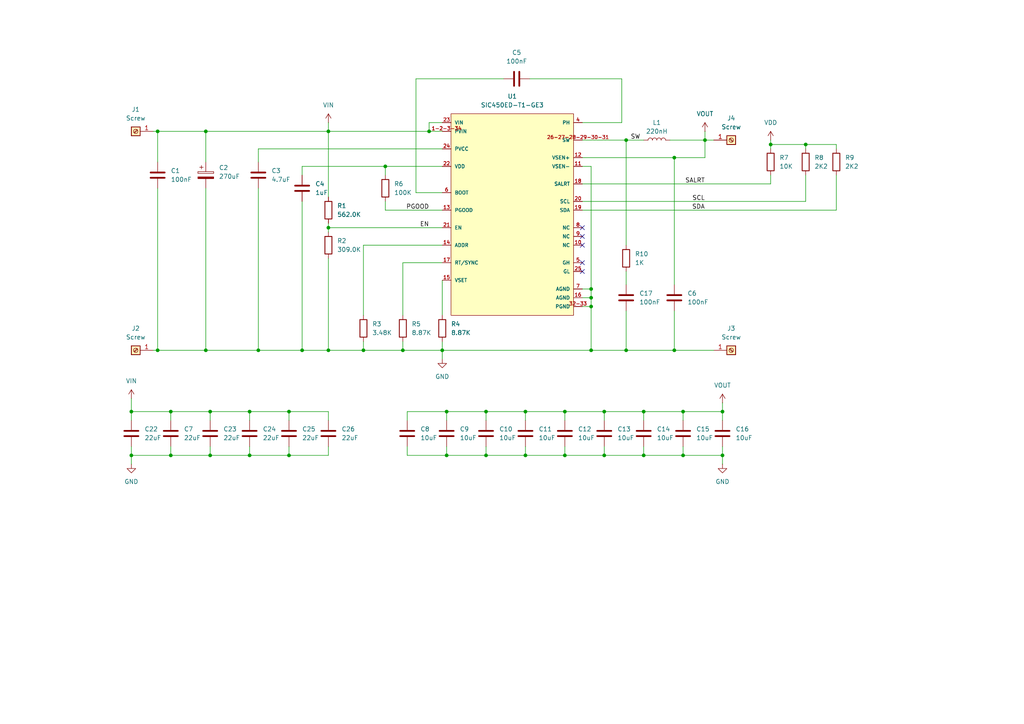
<source format=kicad_sch>
(kicad_sch (version 20231120) (generator "eeschema") (generator_version "8.0")
  (paper "A4")
  (lib_symbols
    (symbol "Connector:Screw_Terminal_01x01" (pin_names (offset 1.016) hide)
      (property "Reference" "J" (at 0 2.54 0))
      (property "Value" "Screw_Terminal_01x01" (at 0 -2.54 0))
      (symbol "Screw_Terminal_01x01_1_1"
        (rectangle (start -1.27 1.27) (end 1.27 -1.27) (stroke (width 0.254)) (fill (type background)))
        (polyline (pts (xy -0.5334 0.3302) (xy 0.3302 -0.508)) (stroke (width 0.1524)))
        (polyline (pts (xy -0.3556 0.508) (xy 0.508 -0.3302)) (stroke (width 0.1524)))
        (circle (center 0 0) (radius 0.635) (stroke (width 0.1524)))
        (pin passive line (at -5.08 0 0) (length 3.81) (name "Pin_1") (number "1"))
      )
    )
    (symbol "Device:C" (pin_numbers hide) (pin_names (offset 0.254))
      (property "Reference" "C" (at 0.635 2.54 0))
      (property "Value" "C" (at 0.635 -2.54 0))
      (symbol "C_0_1"
        (polyline (pts (xy -2.032 -0.762) (xy 2.032 -0.762)) (stroke (width 0.508)))
        (polyline (pts (xy -2.032 0.762) (xy 2.032 0.762)) (stroke (width 0.508)))
      )
      (symbol "C_1_1"
        (pin passive line (at 0 3.81 270) (length 2.794) (name "~") (number "1"))
        (pin passive line (at 0 -3.81 90) (length 2.794) (name "~") (number "2"))
      )
    )
    (symbol "Device:C_Polarized" (pin_numbers hide) (pin_names (offset 0.254))
      (property "Reference" "C" (at 0.635 2.54 0))
      (property "Value" "C_Polarized" (at 0.635 -2.54 0))
      (symbol "C_Polarized_0_1"
        (rectangle (start -2.286 0.508) (end 2.286 1.016))
        (polyline (pts (xy -1.778 2.286) (xy -0.762 2.286)))
        (polyline (pts (xy -1.27 2.794) (xy -1.27 1.778)))
        (rectangle (start 2.286 -0.508) (end -2.286 -1.016) (fill (type outline)))
      )
      (symbol "C_Polarized_1_1"
        (pin passive line (at 0 3.81 270) (length 2.794) (name "~") (number "1"))
        (pin passive line (at 0 -3.81 90) (length 2.794) (name "~") (number "2"))
      )
    )
    (symbol "Device:L" (pin_numbers hide) (pin_names (offset 1.016) hide)
      (property "Reference" "L" (at -1.27 0 90))
      (property "Value" "L" (at 1.905 0 90))
      (symbol "L_0_1"
        (arc (start 0 -2.54) (mid 0.6323 -1.905) (end 0 -1.27))
        (arc (start 0 -1.27) (mid 0.6323 -0.635) (end 0 0))
        (arc (start 0 0) (mid 0.6323 0.635) (end 0 1.27))
        (arc (start 0 1.27) (mid 0.6323 1.905) (end 0 2.54))
      )
      (symbol "L_1_1"
        (pin passive line (at 0 3.81 270) (length 1.27) (name "1") (number "1"))
        (pin passive line (at 0 -3.81 90) (length 1.27) (name "2") (number "2"))
      )
    )
    (symbol "Device:R" (pin_numbers hide) (pin_names (offset 0))
      (property "Reference" "R" (at 2.032 0 90))
      (property "Value" "R" (at 0 0 90))
      (symbol "R_0_1"
        (rectangle (start -1.016 -2.54) (end 1.016 2.54) (stroke (width 0.254)))
      )
      (symbol "R_1_1"
        (pin passive line (at 0 3.81 270) (length 1.27) (name "~") (number "1"))
        (pin passive line (at 0 -3.81 90) (length 1.27) (name "~") (number "2"))
      )
    )
    (symbol "SIC450ED:SIC450ED-T1-GE3" (pin_names (offset 1.016))
      (property "Reference" "U" (at 0 5.08 0))
      (property "Value" "SIC450ED-T1-GE3" (at 0 7.62 0))
      (symbol "SIC450ED-T1-GE3_1_1"
        (rectangle (start 5.08 2.54) (end 40.64 -55.88) (fill (type background)))
        (pin power_in line (at 2.54 -2.54 0) (length 2.54) (name "PVIN") (number "1-2-3-34"))
        (pin passive line (at 43.18 -35.56 180) (length 2.54) (name "NC") (number "10"))
        (pin passive line (at 43.18 -12.7 180) (length 2.54) (name "VSEN-") (number "11"))
        (pin passive line (at 43.18 -10.16 180) (length 2.54) (name "VSEN+") (number "12"))
        (pin unspecified line (at 2.54 -25.4 0) (length 2.54) (name "PGOOD") (number "13"))
        (pin unspecified line (at 2.54 -35.56 0) (length 2.54) (name "ADDR") (number "14"))
        (pin open_collector line (at 2.54 -45.72 0) (length 2.54) (name "VSET") (number "15"))
        (pin input line (at 43.18 -50.8 180) (length 2.54) (name "AGND") (number "16"))
        (pin passive line (at 2.54 -40.64 0) (length 2.54) (name "RT/SYNC") (number "17"))
        (pin power_in line (at 43.18 -17.78 180) (length 2.54) (name "SALRT") (number "18"))
        (pin passive line (at 43.18 -25.4 180) (length 2.54) (name "SDA") (number "19"))
        (pin passive line (at 43.18 -22.86 180) (length 2.54) (name "SCL") (number "20"))
        (pin bidirectional line (at 2.54 -30.48 0) (length 2.54) (name "EN") (number "21"))
        (pin input line (at 2.54 -12.7 0) (length 2.54) (name "VDD") (number "22"))
        (pin input line (at 2.54 0 0) (length 2.54) (name "VIN") (number "23"))
        (pin power_in line (at 2.54 -7.62 0) (length 2.54) (name "PVCC") (number "24"))
        (pin power_in line (at 43.18 -43.18 180) (length 2.54) (name "GL") (number "25"))
        (pin power_in line (at 43.18 -5.08 180) (length 2.54) (name "SW") (number "26-27-28-29-30-31"))
        (pin passive line (at 43.18 -53.34 180) (length 2.54) (name "PGND") (number "32-33"))
        (pin unspecified line (at 43.18 0 180) (length 2.54) (name "PH") (number "4"))
        (pin unspecified line (at 43.18 -40.64 180) (length 2.54) (name "GH") (number "5"))
        (pin passive line (at 2.54 -20.32 0) (length 2.54) (name "BOOT") (number "6"))
        (pin passive line (at 43.18 -48.26 180) (length 2.54) (name "AGND") (number "7"))
        (pin passive line (at 43.18 -30.48 180) (length 2.54) (name "NC") (number "8"))
        (pin power_in line (at 43.18 -33.02 180) (length 2.54) (name "NC") (number "9"))
      )
    )
    (symbol "power:GND" (power) (pin_numbers hide) (pin_names (offset 0) hide)
      (property "Value" "GND" (at 0 -3.81 0))
      (symbol "GND_0_1"
        (polyline (pts (xy 0 0) (xy 0 -1.27) (xy 1.27 -1.27) (xy 0 -2.54) (xy -1.27 -1.27) (xy 0 -1.27)))
      )
      (symbol "GND_1_1"
        (pin power_in line (at 0 0 270) (length 0) (name "~") (number "1"))
      )
    )
    (symbol "power:VDD" (power) (pin_numbers hide) (pin_names (offset 0) hide)
      (property "Value" "VDD" (at 0 3.556 0))
      (symbol "VDD_0_1"
        (polyline (pts (xy -0.762 1.27) (xy 0 2.54)))
        (polyline (pts (xy 0 0) (xy 0 2.54)))
        (polyline (pts (xy 0 2.54) (xy 0.762 1.27)))
      )
      (symbol "VDD_1_1"
        (pin power_in line (at 0 0 90) (length 0) (name "~") (number "1"))
      )
    )
  )
  (junction (at 186.69 119.38))
  (junction (at 152.4 119.38))
  (junction (at 152.4 132.08))
  (junction (at 105.41 101.6))
  (junction (at 45.72 38.1))
  (junction (at 204.47 40.64))
  (junction (at 171.45 88.9))
  (junction (at 140.97 132.08))
  (junction (at 195.58 101.6))
  (junction (at 95.25 38.1))
  (junction (at 38.1 119.38))
  (junction (at 49.53 132.08))
  (junction (at 83.82 119.38))
  (junction (at 140.97 119.38))
  (junction (at 195.58 45.72))
  (junction (at 124.46 38.1))
  (junction (at 171.45 101.6))
  (junction (at 45.72 101.6))
  (junction (at 163.83 119.38))
  (junction (at 233.68 41.91))
  (junction (at 59.69 101.6))
  (junction (at 209.55 132.08))
  (junction (at 209.55 119.38))
  (junction (at 95.25 66.04))
  (junction (at 129.54 132.08))
  (junction (at 116.84 101.6))
  (junction (at 171.45 86.36))
  (junction (at 171.45 83.82))
  (junction (at 175.26 132.08))
  (junction (at 60.96 132.08))
  (junction (at 175.26 119.38))
  (junction (at 87.63 101.6))
  (junction (at 129.54 119.38))
  (junction (at 72.39 132.08))
  (junction (at 181.61 40.64))
  (junction (at 198.12 132.08))
  (junction (at 83.82 132.08))
  (junction (at 60.96 119.38))
  (junction (at 128.27 101.6))
  (junction (at 38.1 132.08))
  (junction (at 74.93 101.6))
  (junction (at 186.69 132.08))
  (junction (at 49.53 119.38))
  (junction (at 95.25 101.6))
  (junction (at 223.52 41.91))
  (junction (at 163.83 132.08))
  (junction (at 59.69 38.1))
  (junction (at 72.39 119.38))
  (junction (at 181.61 101.6))
  (junction (at 198.12 119.38))
  (junction (at 111.76 48.26))
  (no_connect (at 168.91 66.04))
  (no_connect (at 168.91 76.2))
  (no_connect (at 168.91 78.74))
  (no_connect (at 168.91 71.12))
  (no_connect (at 168.91 68.58))
  (wire (pts (xy 140.97 132.08) (xy 152.4 132.08)))
  (wire (pts (xy 171.45 86.36) (xy 171.45 88.9)))
  (wire (pts (xy 105.41 91.44) (xy 105.41 71.12)))
  (wire (pts (xy 175.26 119.38) (xy 186.69 119.38)))
  (wire (pts (xy 181.61 40.64) (xy 181.61 71.12)))
  (wire (pts (xy 171.45 48.26) (xy 171.45 83.82)))
  (wire (pts (xy 105.41 101.6) (xy 116.84 101.6)))
  (wire (pts (xy 87.63 58.42) (xy 87.63 101.6)))
  (wire (pts (xy 95.25 74.93) (xy 95.25 101.6)))
  (wire (pts (xy 129.54 119.38) (xy 129.54 121.92)))
  (wire (pts (xy 140.97 119.38) (xy 152.4 119.38)))
  (wire (pts (xy 168.91 48.26) (xy 171.45 48.26)))
  (wire (pts (xy 60.96 119.38) (xy 60.96 121.92)))
  (wire (pts (xy 118.11 129.54) (xy 118.11 132.08)))
  (wire (pts (xy 152.4 132.08) (xy 163.83 132.08)))
  (wire (pts (xy 209.55 132.08) (xy 209.55 134.62)))
  (wire (pts (xy 180.34 22.86) (xy 180.34 35.56)))
  (wire (pts (xy 209.55 119.38) (xy 209.55 121.92)))
  (wire (pts (xy 223.52 40.64) (xy 223.52 41.91)))
  (wire (pts (xy 45.72 38.1) (xy 59.69 38.1)))
  (wire (pts (xy 105.41 99.06) (xy 105.41 101.6)))
  (wire (pts (xy 168.91 40.64) (xy 181.61 40.64)))
  (wire (pts (xy 44.45 38.1) (xy 45.72 38.1)))
  (wire (pts (xy 95.25 38.1) (xy 124.46 38.1)))
  (wire (pts (xy 198.12 119.38) (xy 209.55 119.38)))
  (wire (pts (xy 87.63 48.26) (xy 87.63 50.8)))
  (wire (pts (xy 44.45 101.6) (xy 45.72 101.6)))
  (wire (pts (xy 111.76 48.26) (xy 128.27 48.26)))
  (wire (pts (xy 120.65 55.88) (xy 128.27 55.88)))
  (wire (pts (xy 171.45 88.9) (xy 171.45 101.6)))
  (wire (pts (xy 175.26 132.08) (xy 186.69 132.08)))
  (wire (pts (xy 111.76 58.42) (xy 111.76 60.96)))
  (wire (pts (xy 198.12 129.54) (xy 198.12 132.08)))
  (wire (pts (xy 118.11 132.08) (xy 129.54 132.08)))
  (wire (pts (xy 59.69 101.6) (xy 74.93 101.6)))
  (wire (pts (xy 140.97 129.54) (xy 140.97 132.08)))
  (wire (pts (xy 95.25 38.1) (xy 95.25 57.15)))
  (wire (pts (xy 118.11 119.38) (xy 129.54 119.38)))
  (wire (pts (xy 168.91 58.42) (xy 233.68 58.42)))
  (wire (pts (xy 38.1 129.54) (xy 38.1 132.08)))
  (wire (pts (xy 163.83 119.38) (xy 175.26 119.38)))
  (wire (pts (xy 60.96 119.38) (xy 72.39 119.38)))
  (wire (pts (xy 116.84 91.44) (xy 116.84 76.2)))
  (wire (pts (xy 83.82 132.08) (xy 95.25 132.08)))
  (wire (pts (xy 128.27 101.6) (xy 128.27 104.14)))
  (wire (pts (xy 168.91 60.96) (xy 242.57 60.96)))
  (wire (pts (xy 105.41 71.12) (xy 128.27 71.12)))
  (wire (pts (xy 128.27 43.18) (xy 74.93 43.18)))
  (wire (pts (xy 49.53 119.38) (xy 60.96 119.38)))
  (wire (pts (xy 74.93 54.61) (xy 74.93 101.6)))
  (wire (pts (xy 111.76 60.96) (xy 128.27 60.96)))
  (wire (pts (xy 116.84 99.06) (xy 116.84 101.6)))
  (wire (pts (xy 186.69 119.38) (xy 186.69 121.92)))
  (wire (pts (xy 59.69 38.1) (xy 95.25 38.1)))
  (wire (pts (xy 195.58 45.72) (xy 204.47 45.72)))
  (wire (pts (xy 242.57 60.96) (xy 242.57 50.8)))
  (wire (pts (xy 233.68 58.42) (xy 233.68 50.8)))
  (wire (pts (xy 120.65 22.86) (xy 120.65 55.88)))
  (wire (pts (xy 111.76 48.26) (xy 111.76 50.8)))
  (wire (pts (xy 163.83 132.08) (xy 175.26 132.08)))
  (wire (pts (xy 204.47 38.1) (xy 204.47 40.64)))
  (wire (pts (xy 152.4 119.38) (xy 163.83 119.38)))
  (wire (pts (xy 72.39 119.38) (xy 72.39 121.92)))
  (wire (pts (xy 195.58 45.72) (xy 195.58 82.55)))
  (wire (pts (xy 204.47 45.72) (xy 204.47 40.64)))
  (wire (pts (xy 128.27 101.6) (xy 171.45 101.6)))
  (wire (pts (xy 95.25 35.56) (xy 95.25 38.1)))
  (wire (pts (xy 153.67 22.86) (xy 180.34 22.86)))
  (wire (pts (xy 204.47 40.64) (xy 194.31 40.64)))
  (wire (pts (xy 168.91 83.82) (xy 171.45 83.82)))
  (wire (pts (xy 95.25 119.38) (xy 95.25 121.92)))
  (wire (pts (xy 129.54 132.08) (xy 140.97 132.08)))
  (wire (pts (xy 38.1 119.38) (xy 49.53 119.38)))
  (wire (pts (xy 168.91 86.36) (xy 171.45 86.36)))
  (wire (pts (xy 233.68 41.91) (xy 223.52 41.91)))
  (wire (pts (xy 204.47 40.64) (xy 207.01 40.64)))
  (wire (pts (xy 198.12 119.38) (xy 198.12 121.92)))
  (wire (pts (xy 116.84 101.6) (xy 128.27 101.6)))
  (wire (pts (xy 146.05 22.86) (xy 120.65 22.86)))
  (wire (pts (xy 74.93 43.18) (xy 74.93 46.99)))
  (wire (pts (xy 186.69 119.38) (xy 198.12 119.38)))
  (wire (pts (xy 181.61 101.6) (xy 195.58 101.6)))
  (wire (pts (xy 83.82 129.54) (xy 83.82 132.08)))
  (wire (pts (xy 74.93 101.6) (xy 87.63 101.6)))
  (wire (pts (xy 111.76 48.26) (xy 87.63 48.26)))
  (wire (pts (xy 95.25 101.6) (xy 105.41 101.6)))
  (wire (pts (xy 60.96 129.54) (xy 60.96 132.08)))
  (wire (pts (xy 168.91 53.34) (xy 223.52 53.34)))
  (wire (pts (xy 118.11 119.38) (xy 118.11 121.92)))
  (wire (pts (xy 171.45 88.9) (xy 168.91 88.9)))
  (wire (pts (xy 38.1 132.08) (xy 49.53 132.08)))
  (wire (pts (xy 72.39 119.38) (xy 83.82 119.38)))
  (wire (pts (xy 72.39 129.54) (xy 72.39 132.08)))
  (wire (pts (xy 95.25 129.54) (xy 95.25 132.08)))
  (wire (pts (xy 242.57 41.91) (xy 233.68 41.91)))
  (wire (pts (xy 49.53 129.54) (xy 49.53 132.08)))
  (wire (pts (xy 38.1 115.57) (xy 38.1 119.38)))
  (wire (pts (xy 180.34 35.56) (xy 168.91 35.56)))
  (wire (pts (xy 209.55 129.54) (xy 209.55 132.08)))
  (wire (pts (xy 223.52 50.8) (xy 223.52 53.34)))
  (wire (pts (xy 116.84 76.2) (xy 128.27 76.2)))
  (wire (pts (xy 181.61 90.17) (xy 181.61 101.6)))
  (wire (pts (xy 83.82 119.38) (xy 83.82 121.92)))
  (wire (pts (xy 45.72 54.61) (xy 45.72 101.6)))
  (wire (pts (xy 209.55 116.84) (xy 209.55 119.38)))
  (wire (pts (xy 163.83 119.38) (xy 163.83 121.92)))
  (wire (pts (xy 49.53 132.08) (xy 60.96 132.08)))
  (wire (pts (xy 152.4 119.38) (xy 152.4 121.92)))
  (wire (pts (xy 242.57 43.18) (xy 242.57 41.91)))
  (wire (pts (xy 128.27 101.6) (xy 128.27 99.06)))
  (wire (pts (xy 171.45 83.82) (xy 171.45 86.36)))
  (wire (pts (xy 128.27 35.56) (xy 124.46 35.56)))
  (wire (pts (xy 95.25 66.04) (xy 95.25 64.77)))
  (wire (pts (xy 95.25 66.04) (xy 128.27 66.04)))
  (wire (pts (xy 175.26 129.54) (xy 175.26 132.08)))
  (wire (pts (xy 186.69 129.54) (xy 186.69 132.08)))
  (wire (pts (xy 223.52 41.91) (xy 223.52 43.18)))
  (wire (pts (xy 129.54 129.54) (xy 129.54 132.08)))
  (wire (pts (xy 181.61 78.74) (xy 181.61 82.55)))
  (wire (pts (xy 49.53 119.38) (xy 49.53 121.92)))
  (wire (pts (xy 128.27 81.28) (xy 128.27 91.44)))
  (wire (pts (xy 163.83 129.54) (xy 163.83 132.08)))
  (wire (pts (xy 168.91 45.72) (xy 195.58 45.72)))
  (wire (pts (xy 124.46 38.1) (xy 128.27 38.1)))
  (wire (pts (xy 45.72 38.1) (xy 45.72 46.99)))
  (wire (pts (xy 38.1 132.08) (xy 38.1 134.62)))
  (wire (pts (xy 195.58 101.6) (xy 207.01 101.6)))
  (wire (pts (xy 95.25 67.31) (xy 95.25 66.04)))
  (wire (pts (xy 195.58 90.17) (xy 195.58 101.6)))
  (wire (pts (xy 59.69 38.1) (xy 59.69 46.99)))
  (wire (pts (xy 45.72 101.6) (xy 59.69 101.6)))
  (wire (pts (xy 129.54 119.38) (xy 140.97 119.38)))
  (wire (pts (xy 60.96 132.08) (xy 72.39 132.08)))
  (wire (pts (xy 233.68 41.91) (xy 233.68 43.18)))
  (wire (pts (xy 152.4 129.54) (xy 152.4 132.08)))
  (wire (pts (xy 140.97 119.38) (xy 140.97 121.92)))
  (wire (pts (xy 181.61 40.64) (xy 186.69 40.64)))
  (wire (pts (xy 175.26 119.38) (xy 175.26 121.92)))
  (wire (pts (xy 87.63 101.6) (xy 95.25 101.6)))
  (wire (pts (xy 124.46 35.56) (xy 124.46 38.1)))
  (wire (pts (xy 198.12 132.08) (xy 209.55 132.08)))
  (wire (pts (xy 59.69 54.61) (xy 59.69 101.6)))
  (wire (pts (xy 83.82 119.38) (xy 95.25 119.38)))
  (wire (pts (xy 72.39 132.08) (xy 83.82 132.08)))
  (wire (pts (xy 171.45 101.6) (xy 181.61 101.6)))
  (wire (pts (xy 38.1 119.38) (xy 38.1 121.92)))
  (wire (pts (xy 186.69 132.08) (xy 198.12 132.08)))
  (label "SALRT" (at 204.47 53.34 180))
  (label "EN" (at 124.46 66.04 180))
  (label "SW" (at 182.88 40.64 0))
  (label "SCL" (at 204.47 58.42 180))
  (label "PGOOD" (at 124.46 60.96 180))
  (label "SDA" (at 204.47 60.96 180))
  (symbol (lib_id "Device:C") (at 118.11 125.73 0) (unit 1)
    (property "Reference" "C8" (at 121.92 124.4599 0) (effects (justify left)))
    (property "Value" "10uF" (at 121.92 126.9999 0) (effects (justify left)))
    (property "Footprint" "Capacitor_SMD:C_1210_3225Metric" (effects (hide yes)))
    (property "Description" "Unpolarized capacitor" (effects (hide yes)))
  )
  (symbol (lib_id "Connector:Screw_Terminal_01x01") (at 212.09 101.6 0) (unit 1)
    (property "Reference" "J3" (at 212.09 95.25 0))
    (property "Value" "Screw" (at 212.09 97.79 0))
    (property "Footprint" "Plugin_terminal:square_terminal" (effects (hide yes)))
    (property "Description" "Generic screw terminal, single row, 01x01, script generated (kicad-library-utils/schlib/autogen/connector/)" (effects (hide yes)))
  )
  (symbol (lib_id "SIC450ED:SIC450ED-T1-GE3") (at 125.73 35.56 0) (unit 1)
    (property "Reference" "U1" (at 148.59 27.94 0))
    (property "Value" "SIC450ED-T1-GE3" (at 148.59 30.48 0))
    (property "Footprint" "SIC450ED:Vishay-T18-0377-08_2018-A-MFG" (effects (hide yes)))
    (property "Datasheet" "https://www.vishay.com/docs/77863/sic450_sic451_sic453.pdf" (effects (hide yes)))
    (property "Description" "https://www.farnell.com/datasheets/2820763.pdf" (effects (hide yes)))
    (property "ambient temperature range high" "+85°C" (effects (hide yes)))
    (property "ambient temperature range low" "-40°C" (effects (hide yes)))
    (property "automotive" "No" (effects (hide yes)))
    (property "category" "IC" (effects (hide yes)))
    (property "device class L1" "Integrated Circuits (ICs)" (effects (hide yes)))
    (property "device class L2" "Power Management ICs" (effects (hide yes)))
    (property "device class L3" "Voltage Regulators - Switching" (effects (hide yes)))
    (property "digikey description" "4.5 V TO 20 V INPUT, 15 A, 25 A," (effects (hide yes)))
    (property "digikey part number" "742-SIC450ED-T1-GE3CT-ND" (effects (hide yes)))
    (property "footprint url" "https://www.vishay.com/docs/76600/ppak_mlp34-57.pdf" (effects (hide yes)))
    (property "height" "0.8mm" (effects (hide yes)))
    (property "lead free" "Yes" (effects (hide yes)))
    (property "library id" "b5a5910c4fd6d9b1" (effects (hide yes)))
    (property "manufacturer" "Vishay" (effects (hide yes)))
    (property "max junction temp" "+125°C" (effects (hide yes)))
    (property "max supply voltage" "20V" (effects (hide yes)))
    (property "min supply voltage" "4.5V" (effects (hide yes)))
    (property "mouser part number" "78-SIC450ED-T1-GE3" (effects (hide yes)))
    (property "nominal supply current" "3.5mA" (effects (hide yes)))
    (property "number of outputs" "1" (effects (hide yes)))
    (property "output current" "40A" (effects (hide yes)))
    (property "output type" "AdjustableProgrammable" (effects (hide yes)))
    (property "output voltage" "0.3-12V" (effects (hide yes)))
    (property "package" "PowerWFQFN34" (effects (hide yes)))
    (property "rohs" "Yes" (effects (hide yes)))
    (property "standoff height" "0mm" (effects (hide yes)))
    (property "switching frequency" "600kHz" (effects (hide yes)))
    (property "switching topology" "Buck" (effects (hide yes)))
    (property "temperature range high" "+125°C" (effects (hide yes)))
    (property "temperature range low" "-40°C" (effects (hide yes)))
  )
  (symbol (lib_id "Device:C") (at 45.72 50.8 0) (unit 1)
    (property "Reference" "C1" (at 49.53 49.5299 0) (effects (justify left)))
    (property "Value" "100nF" (at 49.53 52.0699 0) (effects (justify left)))
    (property "Footprint" "Capacitor_SMD:C_0402_1005Metric" (effects (hide yes)))
    (property "Description" "Unpolarized capacitor" (effects (hide yes)))
  )
  (symbol (lib_id "power:GND") (at 38.1 134.62 0) (unit 1)
    (property "Reference" "#PWR08" (effects (hide yes)))
    (property "Value" "GND" (at 38.1 139.7 0))
    (property "Description" "Power symbol creates a global label with name \"GND\" , ground" (effects (hide yes)))
  )
  (symbol (lib_id "power:VDD") (at 204.47 38.1 0) (unit 1)
    (property "Reference" "#PWR01" (effects (hide yes)))
    (property "Value" "VOUT" (at 204.47 33.02 0))
    (property "Description" "Power symbol creates a global label with name \"VDD\"" (effects (hide yes)))
  )
  (symbol (lib_id "Device:C") (at 95.25 125.73 0) (unit 1)
    (property "Reference" "C26" (at 99.06 124.4599 0) (effects (justify left)))
    (property "Value" "22uF" (at 99.06 126.9999 0) (effects (justify left)))
    (property "Footprint" "Capacitor_SMD:C_1210_3225Metric" (effects (hide yes)))
    (property "Description" "Unpolarized capacitor" (effects (hide yes)))
  )
  (symbol (lib_id "Device:C") (at 49.53 125.73 0) (unit 1)
    (property "Reference" "C7" (at 53.34 124.4599 0) (effects (justify left)))
    (property "Value" "22uF" (at 53.34 126.9999 0) (effects (justify left)))
    (property "Footprint" "Capacitor_SMD:C_1210_3225Metric" (effects (hide yes)))
    (property "Description" "Unpolarized capacitor" (effects (hide yes)))
  )
  (symbol (lib_id "Device:C") (at 209.55 125.73 0) (unit 1)
    (property "Reference" "C16" (at 213.36 124.4599 0) (effects (justify left)))
    (property "Value" "10uF" (at 213.36 126.9999 0) (effects (justify left)))
    (property "Footprint" "Capacitor_SMD:C_1210_3225Metric" (effects (hide yes)))
    (property "Description" "Unpolarized capacitor" (effects (hide yes)))
  )
  (symbol (lib_id "power:GND") (at 128.27 104.14 0) (unit 1)
    (property "Reference" "#PWR03" (effects (hide yes)))
    (property "Value" "GND" (at 128.27 109.22 0))
    (property "Description" "Power symbol creates a global label with name \"GND\" , ground" (effects (hide yes)))
  )
  (symbol (lib_id "Device:C") (at 181.61 86.36 0) (unit 1)
    (property "Reference" "C17" (at 185.42 85.0899 0) (effects (justify left)))
    (property "Value" "100nF" (at 185.42 87.6299 0) (effects (justify left)))
    (property "Footprint" "Capacitor_SMD:C_0805_2012Metric" (effects (hide yes)))
    (property "Description" "Unpolarized capacitor" (effects (hide yes)))
  )
  (symbol (lib_id "Device:C") (at 149.86 22.86 90) (unit 1)
    (property "Reference" "C5" (at 149.86 15.24 90))
    (property "Value" "100nF" (at 149.86 17.78 90))
    (property "Footprint" "Capacitor_SMD:C_0402_1005Metric" (effects (hide yes)))
    (property "Description" "Unpolarized capacitor" (effects (hide yes)))
  )
  (symbol (lib_id "power:VDD") (at 223.52 40.64 0) (unit 1)
    (property "Reference" "#PWR06" (effects (hide yes)))
    (property "Value" "VDD" (at 223.52 35.56 0))
    (property "Description" "Power symbol creates a global label with name \"VDD\"" (effects (hide yes)))
  )
  (symbol (lib_id "Device:C") (at 152.4 125.73 0) (unit 1)
    (property "Reference" "C11" (at 156.21 124.4599 0) (effects (justify left)))
    (property "Value" "10uF" (at 156.21 126.9999 0) (effects (justify left)))
    (property "Footprint" "Capacitor_SMD:C_1210_3225Metric" (effects (hide yes)))
    (property "Description" "Unpolarized capacitor" (effects (hide yes)))
  )
  (symbol (lib_id "Device:C_Polarized") (at 59.69 50.8 0) (unit 1)
    (property "Reference" "C2" (at 63.5 48.6409 0) (effects (justify left)))
    (property "Value" "270uF" (at 63.5 51.1809 0) (effects (justify left)))
    (property "Footprint" "Capacitor_SMD:CP_Elec_6.3x4.9" (effects (hide yes)))
    (property "Description" "Polarized capacitor" (effects (hide yes)))
  )
  (symbol (lib_id "Device:C") (at 74.93 50.8 0) (unit 1)
    (property "Reference" "C3" (at 78.74 49.5299 0) (effects (justify left)))
    (property "Value" "4.7uF" (at 78.74 52.0699 0) (effects (justify left)))
    (property "Footprint" "Capacitor_SMD:C_0603_1608Metric" (effects (hide yes)))
    (property "Description" "Unpolarized capacitor" (effects (hide yes)))
  )
  (symbol (lib_id "Device:R") (at 223.52 46.99 0) (unit 1)
    (property "Reference" "R7" (at 226.06 45.7199 0) (effects (justify left)))
    (property "Value" "10K" (at 226.06 48.2599 0) (effects (justify left)))
    (property "Footprint" "Resistor_SMD:R_0402_1005Metric" (effects (hide yes)))
    (property "Description" "Resistor" (effects (hide yes)))
  )
  (symbol (lib_id "Device:C") (at 175.26 125.73 0) (unit 1)
    (property "Reference" "C13" (at 179.07 124.4599 0) (effects (justify left)))
    (property "Value" "10uF" (at 179.07 126.9999 0) (effects (justify left)))
    (property "Footprint" "Capacitor_SMD:C_1210_3225Metric" (effects (hide yes)))
    (property "Description" "Unpolarized capacitor" (effects (hide yes)))
  )
  (symbol (lib_id "Device:R") (at 116.84 95.25 0) (unit 1)
    (property "Reference" "R5" (at 119.38 93.9799 0) (effects (justify left)))
    (property "Value" "8.87K" (at 119.38 96.5199 0) (effects (justify left)))
    (property "Footprint" "Resistor_SMD:R_0402_1005Metric" (effects (hide yes)))
    (property "Description" "Resistor" (effects (hide yes)))
  )
  (symbol (lib_id "Device:L") (at 190.5 40.64 90) (unit 1)
    (property "Reference" "L1" (at 190.5 35.56 90))
    (property "Value" "220nH" (at 190.5 38.1 90))
    (property "Footprint" "IHLP5050FDERR22M01:Vishay-IHLP-5050FD-FP_2.945x4.95-3D_6.4-0-0-MFG" (effects (hide yes)))
    (property "Description" "Inductor" (effects (hide yes)))
  )
  (symbol (lib_id "Device:R") (at 181.61 74.93 0) (unit 1)
    (property "Reference" "R10" (at 184.15 73.6599 0) (effects (justify left)))
    (property "Value" "1K" (at 184.15 76.1999 0) (effects (justify left)))
    (property "Footprint" "Resistor_SMD:R_1206_3216Metric" (effects (hide yes)))
    (property "Description" "Resistor" (effects (hide yes)))
  )
  (symbol (lib_id "Device:C") (at 163.83 125.73 0) (unit 1)
    (property "Reference" "C12" (at 167.64 124.4599 0) (effects (justify left)))
    (property "Value" "10uF" (at 167.64 126.9999 0) (effects (justify left)))
    (property "Footprint" "Capacitor_SMD:C_1210_3225Metric" (effects (hide yes)))
    (property "Description" "Unpolarized capacitor" (effects (hide yes)))
  )
  (symbol (lib_id "Device:C") (at 60.96 125.73 0) (unit 1)
    (property "Reference" "C23" (at 64.77 124.4599 0) (effects (justify left)))
    (property "Value" "22uF" (at 64.77 126.9999 0) (effects (justify left)))
    (property "Footprint" "Capacitor_SMD:C_1210_3225Metric" (effects (hide yes)))
    (property "Description" "Unpolarized capacitor" (effects (hide yes)))
  )
  (symbol (lib_id "Device:R") (at 105.41 95.25 0) (unit 1)
    (property "Reference" "R3" (at 107.95 93.9799 0) (effects (justify left)))
    (property "Value" "3.48K" (at 107.95 96.5199 0) (effects (justify left)))
    (property "Footprint" "Resistor_SMD:R_0402_1005Metric" (effects (hide yes)))
    (property "Description" "Resistor" (effects (hide yes)))
  )
  (symbol (lib_id "power:VDD") (at 95.25 35.56 0) (unit 1)
    (property "Reference" "#PWR02" (effects (hide yes)))
    (property "Value" "VIN" (at 95.25 30.48 0))
    (property "Description" "Power symbol creates a global label with name \"VDD\"" (effects (hide yes)))
  )
  (symbol (lib_id "Device:C") (at 140.97 125.73 0) (unit 1)
    (property "Reference" "C10" (at 144.78 124.4599 0) (effects (justify left)))
    (property "Value" "10uF" (at 144.78 126.9999 0) (effects (justify left)))
    (property "Footprint" "Capacitor_SMD:C_1210_3225Metric" (effects (hide yes)))
    (property "Description" "Unpolarized capacitor" (effects (hide yes)))
  )
  (symbol (lib_id "power:VDD") (at 209.55 116.84 0) (unit 1)
    (property "Reference" "#PWR05" (effects (hide yes)))
    (property "Value" "VOUT" (at 209.55 111.76 0))
    (property "Description" "Power symbol creates a global label with name \"VDD\"" (effects (hide yes)))
  )
  (symbol (lib_id "power:GND") (at 209.55 134.62 0) (unit 1)
    (property "Reference" "#PWR04" (effects (hide yes)))
    (property "Value" "GND" (at 209.55 139.7 0))
    (property "Description" "Power symbol creates a global label with name \"GND\" , ground" (effects (hide yes)))
  )
  (symbol (lib_id "Device:C") (at 195.58 86.36 0) (unit 1)
    (property "Reference" "C6" (at 199.39 85.0899 0) (effects (justify left)))
    (property "Value" "100nF" (at 199.39 87.6299 0) (effects (justify left)))
    (property "Footprint" "Capacitor_SMD:C_0402_1005Metric" (effects (hide yes)))
    (property "Description" "Unpolarized capacitor" (effects (hide yes)))
  )
  (symbol (lib_id "Device:C") (at 38.1 125.73 0) (unit 1)
    (property "Reference" "C22" (at 41.91 124.4599 0) (effects (justify left)))
    (property "Value" "22uF" (at 41.91 126.9999 0) (effects (justify left)))
    (property "Footprint" "Capacitor_SMD:C_1210_3225Metric" (effects (hide yes)))
    (property "Description" "Unpolarized capacitor" (effects (hide yes)))
  )
  (symbol (lib_id "Device:C") (at 186.69 125.73 0) (unit 1)
    (property "Reference" "C14" (at 190.5 124.4599 0) (effects (justify left)))
    (property "Value" "10uF" (at 190.5 126.9999 0) (effects (justify left)))
    (property "Footprint" "Capacitor_SMD:C_1210_3225Metric" (effects (hide yes)))
    (property "Description" "Unpolarized capacitor" (effects (hide yes)))
  )
  (symbol (lib_id "Device:R") (at 111.76 54.61 0) (unit 1)
    (property "Reference" "R6" (at 114.3 53.3399 0) (effects (justify left)))
    (property "Value" "100K" (at 114.3 55.8799 0) (effects (justify left)))
    (property "Footprint" "Resistor_SMD:R_0402_1005Metric" (effects (hide yes)))
    (property "Description" "Resistor" (effects (hide yes)))
  )
  (symbol (lib_id "Device:C") (at 87.63 54.61 0) (unit 1)
    (property "Reference" "C4" (at 91.44 53.3399 0) (effects (justify left)))
    (property "Value" "1uF" (at 91.44 55.8799 0) (effects (justify left)))
    (property "Footprint" "Capacitor_SMD:C_0603_1608Metric" (effects (hide yes)))
    (property "Description" "Unpolarized capacitor" (effects (hide yes)))
  )
  (symbol (lib_id "Device:C") (at 198.12 125.73 0) (unit 1)
    (property "Reference" "C15" (at 201.93 124.4599 0) (effects (justify left)))
    (property "Value" "10uF" (at 201.93 126.9999 0) (effects (justify left)))
    (property "Footprint" "Capacitor_SMD:C_1210_3225Metric" (effects (hide yes)))
    (property "Description" "Unpolarized capacitor" (effects (hide yes)))
  )
  (symbol (lib_id "Connector:Screw_Terminal_01x01") (at 39.37 101.6 0) (mirror y) (unit 1)
    (property "Reference" "J2" (at 39.37 95.25 0))
    (property "Value" "Screw" (at 39.37 97.79 0))
    (property "Footprint" "Plugin_terminal:square_terminal" (effects (hide yes)))
    (property "Description" "Generic screw terminal, single row, 01x01, script generated (kicad-library-utils/schlib/autogen/connector/)" (effects (hide yes)))
  )
  (symbol (lib_id "Device:C") (at 129.54 125.73 0) (unit 1)
    (property "Reference" "C9" (at 133.35 124.4599 0) (effects (justify left)))
    (property "Value" "10uF" (at 133.35 126.9999 0) (effects (justify left)))
    (property "Footprint" "Capacitor_SMD:C_1210_3225Metric" (effects (hide yes)))
    (property "Description" "Unpolarized capacitor" (effects (hide yes)))
  )
  (symbol (lib_id "Device:R") (at 128.27 95.25 0) (unit 1)
    (property "Reference" "R4" (at 130.81 93.9799 0) (effects (justify left)))
    (property "Value" "8.87K" (at 130.81 96.5199 0) (effects (justify left)))
    (property "Footprint" "Resistor_SMD:R_0402_1005Metric" (effects (hide yes)))
    (property "Description" "Resistor" (effects (hide yes)))
  )
  (symbol (lib_id "Connector:Screw_Terminal_01x01") (at 39.37 38.1 0) (mirror y) (unit 1)
    (property "Reference" "J1" (at 39.37 31.75 0))
    (property "Value" "Screw" (at 39.37 34.29 0))
    (property "Footprint" "Plugin_terminal:square_terminal" (effects (hide yes)))
    (property "Description" "Generic screw terminal, single row, 01x01, script generated (kicad-library-utils/schlib/autogen/connector/)" (effects (hide yes)))
  )
  (symbol (lib_id "Device:R") (at 233.68 46.99 0) (unit 1)
    (property "Reference" "R8" (at 236.22 45.7199 0) (effects (justify left)))
    (property "Value" "2K2" (at 236.22 48.2599 0) (effects (justify left)))
    (property "Footprint" "Resistor_SMD:R_0402_1005Metric" (effects (hide yes)))
    (property "Description" "Resistor" (effects (hide yes)))
  )
  (symbol (lib_id "Device:R") (at 242.57 46.99 0) (unit 1)
    (property "Reference" "R9" (at 245.11 45.7199 0) (effects (justify left)))
    (property "Value" "2K2" (at 245.11 48.2599 0) (effects (justify left)))
    (property "Footprint" "Resistor_SMD:R_0402_1005Metric" (effects (hide yes)))
    (property "Description" "Resistor" (effects (hide yes)))
  )
  (symbol (lib_id "Device:C") (at 72.39 125.73 0) (unit 1)
    (property "Reference" "C24" (at 76.2 124.4599 0) (effects (justify left)))
    (property "Value" "22uF" (at 76.2 126.9999 0) (effects (justify left)))
    (property "Footprint" "Capacitor_SMD:C_1210_3225Metric" (effects (hide yes)))
    (property "Description" "Unpolarized capacitor" (effects (hide yes)))
  )
  (symbol (lib_id "Device:C") (at 83.82 125.73 0) (unit 1)
    (property "Reference" "C25" (at 87.63 124.4599 0) (effects (justify left)))
    (property "Value" "22uF" (at 87.63 126.9999 0) (effects (justify left)))
    (property "Footprint" "Capacitor_SMD:C_1210_3225Metric" (effects (hide yes)))
    (property "Description" "Unpolarized capacitor" (effects (hide yes)))
  )
  (symbol (lib_id "power:VDD") (at 38.1 115.57 0) (unit 1)
    (property "Reference" "#PWR07" (effects (hide yes)))
    (property "Value" "VIN" (at 38.1 110.49 0))
    (property "Description" "Power symbol creates a global label with name \"VDD\"" (effects (hide yes)))
  )
  (symbol (lib_id "Connector:Screw_Terminal_01x01") (at 212.09 40.64 0) (unit 1)
    (property "Reference" "J4" (at 212.09 34.29 0))
    (property "Value" "Screw" (at 212.09 36.83 0))
    (property "Footprint" "Plugin_terminal:square_terminal" (effects (hide yes)))
    (property "Description" "Generic screw terminal, single row, 01x01, script generated (kicad-library-utils/schlib/autogen/connector/)" (effects (hide yes)))
  )
  (symbol (lib_id "Device:R") (at 95.25 71.12 0) (unit 1)
    (property "Reference" "R2" (at 97.79 69.8499 0) (effects (justify left)))
    (property "Value" "309.0K" (at 97.79 72.3899 0) (effects (justify left)))
    (property "Footprint" "Resistor_SMD:R_0402_1005Metric" (effects (hide yes)))
    (property "Description" "Resistor" (effects (hide yes)))
  )
  (symbol (lib_id "Device:R") (at 95.25 60.96 0) (unit 1)
    (property "Reference" "R1" (at 97.79 59.6899 0) (effects (justify left)))
    (property "Value" "562.0K" (at 97.79 62.2299 0) (effects (justify left)))
    (property "Footprint" "Resistor_SMD:R_0402_1005Metric" (effects (hide yes)))
    (property "Description" "Resistor" (effects (hide yes)))
  )
)
</source>
